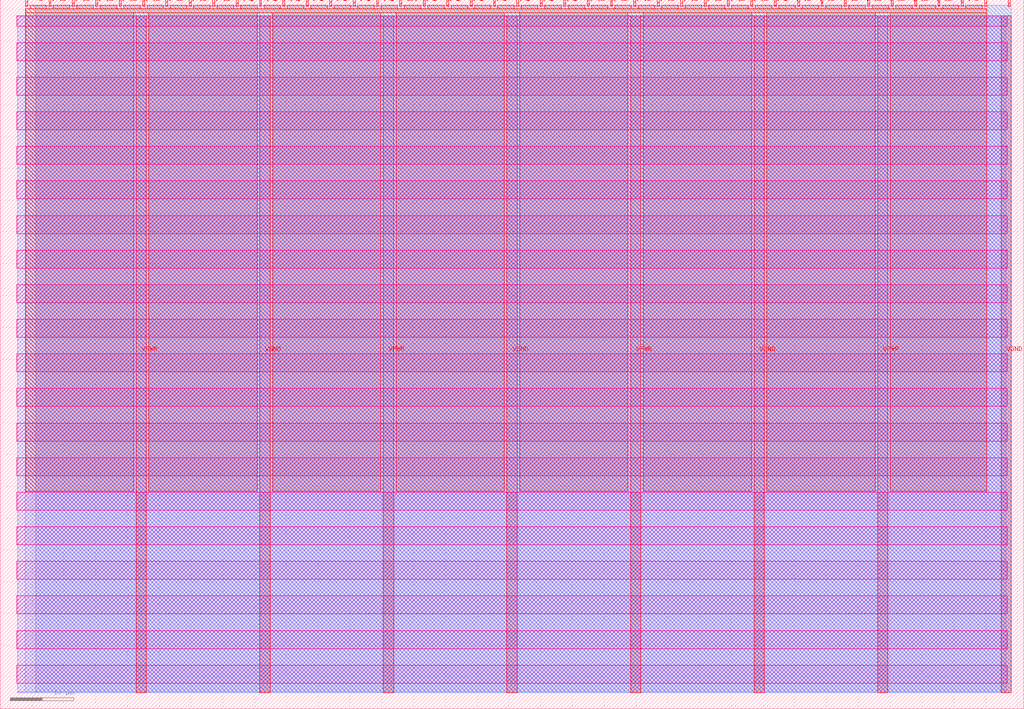
<source format=lef>
VERSION 5.7 ;
  NOWIREEXTENSIONATPIN ON ;
  DIVIDERCHAR "/" ;
  BUSBITCHARS "[]" ;
MACRO tt_um_rajum_iterativeMAC
  CLASS BLOCK ;
  FOREIGN tt_um_rajum_iterativeMAC ;
  ORIGIN 0.000 0.000 ;
  SIZE 161.000 BY 111.520 ;
  PIN VGND
    DIRECTION INOUT ;
    USE GROUND ;
    PORT
      LAYER met4 ;
        RECT 40.830 2.480 42.430 109.040 ;
    END
    PORT
      LAYER met4 ;
        RECT 79.700 2.480 81.300 109.040 ;
    END
    PORT
      LAYER met4 ;
        RECT 118.570 2.480 120.170 109.040 ;
    END
    PORT
      LAYER met4 ;
        RECT 157.440 2.480 159.040 109.040 ;
    END
  END VGND
  PIN VPWR
    DIRECTION INOUT ;
    USE POWER ;
    PORT
      LAYER met4 ;
        RECT 21.395 2.480 22.995 109.040 ;
    END
    PORT
      LAYER met4 ;
        RECT 60.265 2.480 61.865 109.040 ;
    END
    PORT
      LAYER met4 ;
        RECT 99.135 2.480 100.735 109.040 ;
    END
    PORT
      LAYER met4 ;
        RECT 138.005 2.480 139.605 109.040 ;
    END
  END VPWR
  PIN clk
    DIRECTION INPUT ;
    USE SIGNAL ;
    ANTENNAGATEAREA 0.852000 ;
    PORT
      LAYER met4 ;
        RECT 154.870 110.520 155.170 111.520 ;
    END
  END clk
  PIN ena
    DIRECTION INPUT ;
    USE SIGNAL ;
    PORT
      LAYER met4 ;
        RECT 158.550 110.520 158.850 111.520 ;
    END
  END ena
  PIN rst_n
    DIRECTION INPUT ;
    USE SIGNAL ;
    ANTENNAGATEAREA 0.159000 ;
    PORT
      LAYER met4 ;
        RECT 151.190 110.520 151.490 111.520 ;
    END
  END rst_n
  PIN ui_in[0]
    DIRECTION INPUT ;
    USE SIGNAL ;
    ANTENNAGATEAREA 0.196500 ;
    PORT
      LAYER met4 ;
        RECT 147.510 110.520 147.810 111.520 ;
    END
  END ui_in[0]
  PIN ui_in[1]
    DIRECTION INPUT ;
    USE SIGNAL ;
    ANTENNAGATEAREA 0.126000 ;
    PORT
      LAYER met4 ;
        RECT 143.830 110.520 144.130 111.520 ;
    END
  END ui_in[1]
  PIN ui_in[2]
    DIRECTION INPUT ;
    USE SIGNAL ;
    ANTENNAGATEAREA 0.196500 ;
    PORT
      LAYER met4 ;
        RECT 140.150 110.520 140.450 111.520 ;
    END
  END ui_in[2]
  PIN ui_in[3]
    DIRECTION INPUT ;
    USE SIGNAL ;
    ANTENNAGATEAREA 0.196500 ;
    PORT
      LAYER met4 ;
        RECT 136.470 110.520 136.770 111.520 ;
    END
  END ui_in[3]
  PIN ui_in[4]
    DIRECTION INPUT ;
    USE SIGNAL ;
    ANTENNAGATEAREA 0.196500 ;
    PORT
      LAYER met4 ;
        RECT 132.790 110.520 133.090 111.520 ;
    END
  END ui_in[4]
  PIN ui_in[5]
    DIRECTION INPUT ;
    USE SIGNAL ;
    ANTENNAGATEAREA 0.196500 ;
    PORT
      LAYER met4 ;
        RECT 129.110 110.520 129.410 111.520 ;
    END
  END ui_in[5]
  PIN ui_in[6]
    DIRECTION INPUT ;
    USE SIGNAL ;
    ANTENNAGATEAREA 0.213000 ;
    PORT
      LAYER met4 ;
        RECT 125.430 110.520 125.730 111.520 ;
    END
  END ui_in[6]
  PIN ui_in[7]
    DIRECTION INPUT ;
    USE SIGNAL ;
    ANTENNAGATEAREA 0.196500 ;
    PORT
      LAYER met4 ;
        RECT 121.750 110.520 122.050 111.520 ;
    END
  END ui_in[7]
  PIN uio_in[0]
    DIRECTION INPUT ;
    USE SIGNAL ;
    ANTENNAGATEAREA 0.213000 ;
    PORT
      LAYER met4 ;
        RECT 118.070 110.520 118.370 111.520 ;
    END
  END uio_in[0]
  PIN uio_in[1]
    DIRECTION INPUT ;
    USE SIGNAL ;
    ANTENNAGATEAREA 0.213000 ;
    PORT
      LAYER met4 ;
        RECT 114.390 110.520 114.690 111.520 ;
    END
  END uio_in[1]
  PIN uio_in[2]
    DIRECTION INPUT ;
    USE SIGNAL ;
    ANTENNAGATEAREA 0.213000 ;
    PORT
      LAYER met4 ;
        RECT 110.710 110.520 111.010 111.520 ;
    END
  END uio_in[2]
  PIN uio_in[3]
    DIRECTION INPUT ;
    USE SIGNAL ;
    ANTENNAGATEAREA 0.213000 ;
    PORT
      LAYER met4 ;
        RECT 107.030 110.520 107.330 111.520 ;
    END
  END uio_in[3]
  PIN uio_in[4]
    DIRECTION INPUT ;
    USE SIGNAL ;
    ANTENNAGATEAREA 0.213000 ;
    PORT
      LAYER met4 ;
        RECT 103.350 110.520 103.650 111.520 ;
    END
  END uio_in[4]
  PIN uio_in[5]
    DIRECTION INPUT ;
    USE SIGNAL ;
    ANTENNAGATEAREA 0.213000 ;
    PORT
      LAYER met4 ;
        RECT 99.670 110.520 99.970 111.520 ;
    END
  END uio_in[5]
  PIN uio_in[6]
    DIRECTION INPUT ;
    USE SIGNAL ;
    ANTENNAGATEAREA 0.213000 ;
    PORT
      LAYER met4 ;
        RECT 95.990 110.520 96.290 111.520 ;
    END
  END uio_in[6]
  PIN uio_in[7]
    DIRECTION INPUT ;
    USE SIGNAL ;
    ANTENNAGATEAREA 0.213000 ;
    PORT
      LAYER met4 ;
        RECT 92.310 110.520 92.610 111.520 ;
    END
  END uio_in[7]
  PIN uio_oe[0]
    DIRECTION OUTPUT TRISTATE ;
    USE SIGNAL ;
    ANTENNADIFFAREA 0.445500 ;
    PORT
      LAYER met4 ;
        RECT 29.750 110.520 30.050 111.520 ;
    END
  END uio_oe[0]
  PIN uio_oe[1]
    DIRECTION OUTPUT TRISTATE ;
    USE SIGNAL ;
    ANTENNADIFFAREA 0.445500 ;
    PORT
      LAYER met4 ;
        RECT 26.070 110.520 26.370 111.520 ;
    END
  END uio_oe[1]
  PIN uio_oe[2]
    DIRECTION OUTPUT TRISTATE ;
    USE SIGNAL ;
    ANTENNADIFFAREA 0.445500 ;
    PORT
      LAYER met4 ;
        RECT 22.390 110.520 22.690 111.520 ;
    END
  END uio_oe[2]
  PIN uio_oe[3]
    DIRECTION OUTPUT TRISTATE ;
    USE SIGNAL ;
    ANTENNADIFFAREA 0.445500 ;
    PORT
      LAYER met4 ;
        RECT 18.710 110.520 19.010 111.520 ;
    END
  END uio_oe[3]
  PIN uio_oe[4]
    DIRECTION OUTPUT TRISTATE ;
    USE SIGNAL ;
    ANTENNADIFFAREA 0.445500 ;
    PORT
      LAYER met4 ;
        RECT 15.030 110.520 15.330 111.520 ;
    END
  END uio_oe[4]
  PIN uio_oe[5]
    DIRECTION OUTPUT TRISTATE ;
    USE SIGNAL ;
    ANTENNADIFFAREA 0.445500 ;
    PORT
      LAYER met4 ;
        RECT 11.350 110.520 11.650 111.520 ;
    END
  END uio_oe[5]
  PIN uio_oe[6]
    DIRECTION OUTPUT TRISTATE ;
    USE SIGNAL ;
    ANTENNADIFFAREA 0.445500 ;
    PORT
      LAYER met4 ;
        RECT 7.670 110.520 7.970 111.520 ;
    END
  END uio_oe[6]
  PIN uio_oe[7]
    DIRECTION OUTPUT TRISTATE ;
    USE SIGNAL ;
    ANTENNAGATEAREA 1.113000 ;
    ANTENNADIFFAREA 1.075200 ;
    PORT
      LAYER met4 ;
        RECT 3.990 110.520 4.290 111.520 ;
    END
  END uio_oe[7]
  PIN uio_out[0]
    DIRECTION OUTPUT TRISTATE ;
    USE SIGNAL ;
    ANTENNADIFFAREA 0.445500 ;
    PORT
      LAYER met4 ;
        RECT 59.190 110.520 59.490 111.520 ;
    END
  END uio_out[0]
  PIN uio_out[1]
    DIRECTION OUTPUT TRISTATE ;
    USE SIGNAL ;
    ANTENNADIFFAREA 0.445500 ;
    PORT
      LAYER met4 ;
        RECT 55.510 110.520 55.810 111.520 ;
    END
  END uio_out[1]
  PIN uio_out[2]
    DIRECTION OUTPUT TRISTATE ;
    USE SIGNAL ;
    ANTENNADIFFAREA 0.795200 ;
    PORT
      LAYER met4 ;
        RECT 51.830 110.520 52.130 111.520 ;
    END
  END uio_out[2]
  PIN uio_out[3]
    DIRECTION OUTPUT TRISTATE ;
    USE SIGNAL ;
    ANTENNADIFFAREA 0.445500 ;
    PORT
      LAYER met4 ;
        RECT 48.150 110.520 48.450 111.520 ;
    END
  END uio_out[3]
  PIN uio_out[4]
    DIRECTION OUTPUT TRISTATE ;
    USE SIGNAL ;
    ANTENNADIFFAREA 0.445500 ;
    PORT
      LAYER met4 ;
        RECT 44.470 110.520 44.770 111.520 ;
    END
  END uio_out[4]
  PIN uio_out[5]
    DIRECTION OUTPUT TRISTATE ;
    USE SIGNAL ;
    ANTENNADIFFAREA 0.445500 ;
    PORT
      LAYER met4 ;
        RECT 40.790 110.520 41.090 111.520 ;
    END
  END uio_out[5]
  PIN uio_out[6]
    DIRECTION OUTPUT TRISTATE ;
    USE SIGNAL ;
    ANTENNADIFFAREA 0.445500 ;
    PORT
      LAYER met4 ;
        RECT 37.110 110.520 37.410 111.520 ;
    END
  END uio_out[6]
  PIN uio_out[7]
    DIRECTION OUTPUT TRISTATE ;
    USE SIGNAL ;
    ANTENNADIFFAREA 0.445500 ;
    PORT
      LAYER met4 ;
        RECT 33.430 110.520 33.730 111.520 ;
    END
  END uio_out[7]
  PIN uo_out[0]
    DIRECTION OUTPUT TRISTATE ;
    USE SIGNAL ;
    ANTENNADIFFAREA 0.445500 ;
    PORT
      LAYER met4 ;
        RECT 88.630 110.520 88.930 111.520 ;
    END
  END uo_out[0]
  PIN uo_out[1]
    DIRECTION OUTPUT TRISTATE ;
    USE SIGNAL ;
    ANTENNADIFFAREA 0.445500 ;
    PORT
      LAYER met4 ;
        RECT 84.950 110.520 85.250 111.520 ;
    END
  END uo_out[1]
  PIN uo_out[2]
    DIRECTION OUTPUT TRISTATE ;
    USE SIGNAL ;
    ANTENNADIFFAREA 0.445500 ;
    PORT
      LAYER met4 ;
        RECT 81.270 110.520 81.570 111.520 ;
    END
  END uo_out[2]
  PIN uo_out[3]
    DIRECTION OUTPUT TRISTATE ;
    USE SIGNAL ;
    ANTENNADIFFAREA 0.795200 ;
    PORT
      LAYER met4 ;
        RECT 77.590 110.520 77.890 111.520 ;
    END
  END uo_out[3]
  PIN uo_out[4]
    DIRECTION OUTPUT TRISTATE ;
    USE SIGNAL ;
    ANTENNADIFFAREA 0.445500 ;
    PORT
      LAYER met4 ;
        RECT 73.910 110.520 74.210 111.520 ;
    END
  END uo_out[4]
  PIN uo_out[5]
    DIRECTION OUTPUT TRISTATE ;
    USE SIGNAL ;
    ANTENNADIFFAREA 0.795200 ;
    PORT
      LAYER met4 ;
        RECT 70.230 110.520 70.530 111.520 ;
    END
  END uo_out[5]
  PIN uo_out[6]
    DIRECTION OUTPUT TRISTATE ;
    USE SIGNAL ;
    ANTENNADIFFAREA 0.795200 ;
    PORT
      LAYER met4 ;
        RECT 66.550 110.520 66.850 111.520 ;
    END
  END uo_out[6]
  PIN uo_out[7]
    DIRECTION OUTPUT TRISTATE ;
    USE SIGNAL ;
    ANTENNADIFFAREA 0.795200 ;
    PORT
      LAYER met4 ;
        RECT 62.870 110.520 63.170 111.520 ;
    END
  END uo_out[7]
  OBS
      LAYER nwell ;
        RECT 2.570 107.385 158.430 108.990 ;
        RECT 2.570 101.945 158.430 104.775 ;
        RECT 2.570 96.505 158.430 99.335 ;
        RECT 2.570 91.065 158.430 93.895 ;
        RECT 2.570 85.625 158.430 88.455 ;
        RECT 2.570 80.185 158.430 83.015 ;
        RECT 2.570 74.745 158.430 77.575 ;
        RECT 2.570 69.305 158.430 72.135 ;
        RECT 2.570 63.865 158.430 66.695 ;
        RECT 2.570 58.425 158.430 61.255 ;
        RECT 2.570 52.985 158.430 55.815 ;
        RECT 2.570 47.545 158.430 50.375 ;
        RECT 2.570 42.105 158.430 44.935 ;
        RECT 2.570 36.665 158.430 39.495 ;
        RECT 2.570 31.225 158.430 34.055 ;
        RECT 2.570 25.785 158.430 28.615 ;
        RECT 2.570 20.345 158.430 23.175 ;
        RECT 2.570 14.905 158.430 17.735 ;
        RECT 2.570 9.465 158.430 12.295 ;
        RECT 2.570 4.025 158.430 6.855 ;
      LAYER li1 ;
        RECT 2.760 2.635 158.240 108.885 ;
      LAYER met1 ;
        RECT 2.760 2.480 159.040 109.040 ;
      LAYER met2 ;
        RECT 5.620 2.535 159.010 110.685 ;
      LAYER met3 ;
        RECT 3.950 2.555 159.030 110.665 ;
      LAYER met4 ;
        RECT 4.690 110.120 7.270 110.665 ;
        RECT 8.370 110.120 10.950 110.665 ;
        RECT 12.050 110.120 14.630 110.665 ;
        RECT 15.730 110.120 18.310 110.665 ;
        RECT 19.410 110.120 21.990 110.665 ;
        RECT 23.090 110.120 25.670 110.665 ;
        RECT 26.770 110.120 29.350 110.665 ;
        RECT 30.450 110.120 33.030 110.665 ;
        RECT 34.130 110.120 36.710 110.665 ;
        RECT 37.810 110.120 40.390 110.665 ;
        RECT 41.490 110.120 44.070 110.665 ;
        RECT 45.170 110.120 47.750 110.665 ;
        RECT 48.850 110.120 51.430 110.665 ;
        RECT 52.530 110.120 55.110 110.665 ;
        RECT 56.210 110.120 58.790 110.665 ;
        RECT 59.890 110.120 62.470 110.665 ;
        RECT 63.570 110.120 66.150 110.665 ;
        RECT 67.250 110.120 69.830 110.665 ;
        RECT 70.930 110.120 73.510 110.665 ;
        RECT 74.610 110.120 77.190 110.665 ;
        RECT 78.290 110.120 80.870 110.665 ;
        RECT 81.970 110.120 84.550 110.665 ;
        RECT 85.650 110.120 88.230 110.665 ;
        RECT 89.330 110.120 91.910 110.665 ;
        RECT 93.010 110.120 95.590 110.665 ;
        RECT 96.690 110.120 99.270 110.665 ;
        RECT 100.370 110.120 102.950 110.665 ;
        RECT 104.050 110.120 106.630 110.665 ;
        RECT 107.730 110.120 110.310 110.665 ;
        RECT 111.410 110.120 113.990 110.665 ;
        RECT 115.090 110.120 117.670 110.665 ;
        RECT 118.770 110.120 121.350 110.665 ;
        RECT 122.450 110.120 125.030 110.665 ;
        RECT 126.130 110.120 128.710 110.665 ;
        RECT 129.810 110.120 132.390 110.665 ;
        RECT 133.490 110.120 136.070 110.665 ;
        RECT 137.170 110.120 139.750 110.665 ;
        RECT 140.850 110.120 143.430 110.665 ;
        RECT 144.530 110.120 147.110 110.665 ;
        RECT 148.210 110.120 150.790 110.665 ;
        RECT 151.890 110.120 154.470 110.665 ;
        RECT 3.975 109.440 155.185 110.120 ;
        RECT 3.975 34.175 20.995 109.440 ;
        RECT 23.395 34.175 40.430 109.440 ;
        RECT 42.830 34.175 59.865 109.440 ;
        RECT 62.265 34.175 79.300 109.440 ;
        RECT 81.700 34.175 98.735 109.440 ;
        RECT 101.135 34.175 118.170 109.440 ;
        RECT 120.570 34.175 137.605 109.440 ;
        RECT 140.005 34.175 155.185 109.440 ;
  END
END tt_um_rajum_iterativeMAC
END LIBRARY


</source>
